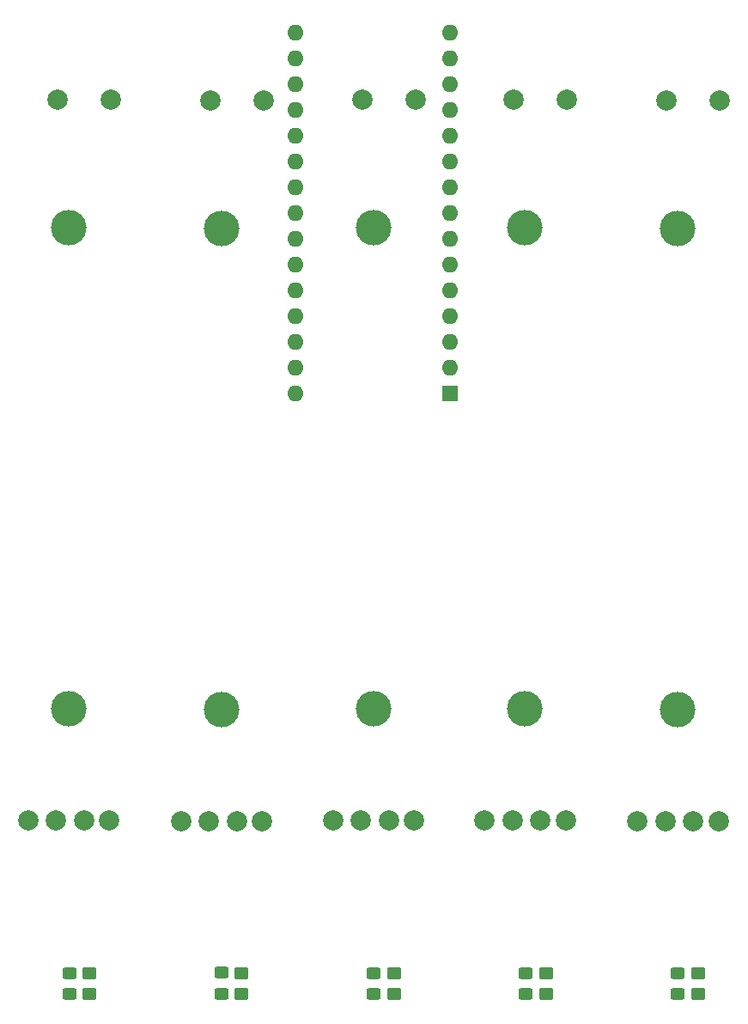
<source format=gts>
%TF.GenerationSoftware,KiCad,Pcbnew,8.0.0*%
%TF.CreationDate,2024-07-03T13:45:48+02:00*%
%TF.ProjectId,Audio-Controller V1.1,41756469-6f2d-4436-9f6e-74726f6c6c65,rev?*%
%TF.SameCoordinates,Original*%
%TF.FileFunction,Soldermask,Top*%
%TF.FilePolarity,Negative*%
%FSLAX46Y46*%
G04 Gerber Fmt 4.6, Leading zero omitted, Abs format (unit mm)*
G04 Created by KiCad (PCBNEW 8.0.0) date 2024-07-03 13:45:48*
%MOMM*%
%LPD*%
G01*
G04 APERTURE LIST*
G04 Aperture macros list*
%AMRoundRect*
0 Rectangle with rounded corners*
0 $1 Rounding radius*
0 $2 $3 $4 $5 $6 $7 $8 $9 X,Y pos of 4 corners*
0 Add a 4 corners polygon primitive as box body*
4,1,4,$2,$3,$4,$5,$6,$7,$8,$9,$2,$3,0*
0 Add four circle primitives for the rounded corners*
1,1,$1+$1,$2,$3*
1,1,$1+$1,$4,$5*
1,1,$1+$1,$6,$7*
1,1,$1+$1,$8,$9*
0 Add four rect primitives between the rounded corners*
20,1,$1+$1,$2,$3,$4,$5,0*
20,1,$1+$1,$4,$5,$6,$7,0*
20,1,$1+$1,$6,$7,$8,$9,0*
20,1,$1+$1,$8,$9,$2,$3,0*%
G04 Aperture macros list end*
%ADD10RoundRect,0.250000X-0.450000X0.350000X-0.450000X-0.350000X0.450000X-0.350000X0.450000X0.350000X0*%
%ADD11RoundRect,0.250000X0.450000X-0.325000X0.450000X0.325000X-0.450000X0.325000X-0.450000X-0.325000X0*%
%ADD12C,2.000000*%
%ADD13C,3.500000*%
%ADD14R,1.600000X1.600000*%
%ADD15O,1.600000X1.600000*%
G04 APERTURE END LIST*
D10*
%TO.C,R5*%
X116500000Y-113000000D03*
X116500000Y-115000000D03*
%TD*%
%TO.C,R4*%
X101500000Y-113000000D03*
X101500000Y-115000000D03*
%TD*%
%TO.C,R3*%
X86500000Y-113000000D03*
X86500000Y-115000000D03*
%TD*%
%TO.C,R2*%
X71500000Y-113000000D03*
X71500000Y-115000000D03*
%TD*%
%TO.C,R1*%
X56500000Y-113000000D03*
X56500000Y-115000000D03*
%TD*%
D11*
%TO.C,D5*%
X114500000Y-115025000D03*
X114500000Y-112975000D03*
%TD*%
%TO.C,D4*%
X99500000Y-115025000D03*
X99500000Y-112975000D03*
%TD*%
%TO.C,D3*%
X84500000Y-115025000D03*
X84500000Y-112975000D03*
%TD*%
%TO.C,D2*%
X69500000Y-115000000D03*
X69500000Y-112950000D03*
%TD*%
%TO.C,D1*%
X54500000Y-115025000D03*
X54500000Y-112975000D03*
%TD*%
D12*
%TO.C,Double_Slider_Potentiometer5*%
X110500000Y-98000000D03*
X113262000Y-98000000D03*
X116024000Y-98000000D03*
X118500000Y-98000000D03*
X113388000Y-27000000D03*
X118650000Y-27000000D03*
D13*
X114500000Y-87000000D03*
X114500000Y-39600000D03*
%TD*%
D14*
%TO.C,A1*%
X92000000Y-55860000D03*
D15*
X92000000Y-53320000D03*
X92000000Y-50780000D03*
X92000000Y-48240000D03*
X92000000Y-45700000D03*
X92000000Y-43160000D03*
X92000000Y-40620000D03*
X92000000Y-38080000D03*
X92000000Y-35540000D03*
X92000000Y-33000000D03*
X92000000Y-30460000D03*
X92000000Y-27920000D03*
X92000000Y-25380000D03*
X92000000Y-22840000D03*
X92000000Y-20300000D03*
X76760000Y-20300000D03*
X76760000Y-22840000D03*
X76760000Y-25380000D03*
X76760000Y-27920000D03*
X76760000Y-30460000D03*
X76760000Y-33000000D03*
X76760000Y-35540000D03*
X76760000Y-38080000D03*
X76760000Y-40620000D03*
X76760000Y-43160000D03*
X76760000Y-45700000D03*
X76760000Y-48240000D03*
X76760000Y-50780000D03*
X76760000Y-53320000D03*
X76760000Y-55860000D03*
%TD*%
D12*
%TO.C,Double_Slider_Potentiometer2*%
X65500000Y-98000000D03*
X68262000Y-98000000D03*
X71024000Y-98000000D03*
X73500000Y-98000000D03*
X68388000Y-27000000D03*
X73650000Y-27000000D03*
D13*
X69500000Y-87000000D03*
X69500000Y-39600000D03*
%TD*%
D12*
%TO.C,Double_Slider_Potentiometer1*%
X50425000Y-97900000D03*
X53187000Y-97900000D03*
X55949000Y-97900000D03*
X58425000Y-97900000D03*
X53313000Y-26900000D03*
X58575000Y-26900000D03*
D13*
X54425000Y-86900000D03*
X54425000Y-39500000D03*
%TD*%
D12*
%TO.C,Double_Slider_Potentiometer4*%
X95425000Y-97900000D03*
X98187000Y-97900000D03*
X100949000Y-97900000D03*
X103425000Y-97900000D03*
X98313000Y-26900000D03*
X103575000Y-26900000D03*
D13*
X99425000Y-86900000D03*
X99425000Y-39500000D03*
%TD*%
D12*
%TO.C,Double_Slider_Potentiometer3*%
X80500000Y-97900000D03*
X83262000Y-97900000D03*
X86024000Y-97900000D03*
X88500000Y-97900000D03*
X83388000Y-26900000D03*
X88650000Y-26900000D03*
D13*
X84500000Y-86900000D03*
X84500000Y-39500000D03*
%TD*%
M02*

</source>
